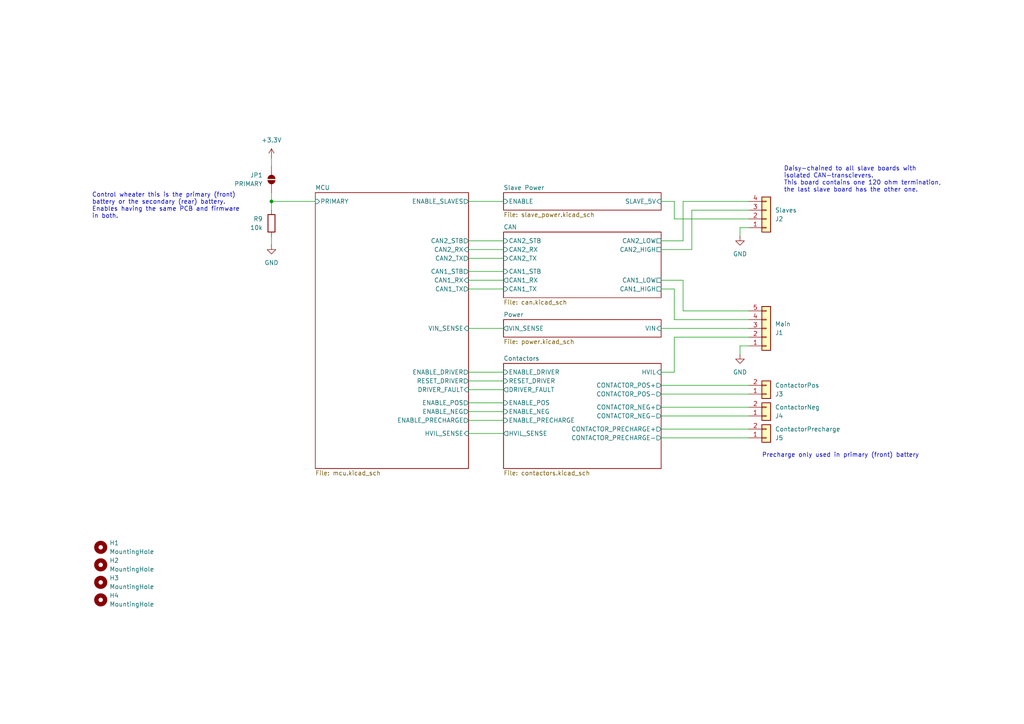
<source format=kicad_sch>
(kicad_sch (version 20231120) (generator "eeschema") (generator_version "8.0")
  (paper "A4")
  (title_block (title "Aphid BMS Master") (date "2024-07-06") (rev "1.0") (company "https://aphid-ev.se"))
  (lib_symbols
    (symbol "Connector_Generic:Conn_01x02" (pin_names (offset 1.016) hide)
      (property "Reference" "J" (at 0 2.54 0))
      (property "Value" "Conn_01x02" (at 0 -5.08 0))
      (symbol "Conn_01x02_1_1"
        (rectangle (start -1.27 -2.413) (end 0 -2.667) (stroke (width 0.1524)))
        (rectangle (start -1.27 0.127) (end 0 -0.127) (stroke (width 0.1524)))
        (rectangle (start -1.27 1.27) (end 1.27 -3.81) (stroke (width 0.254)) (fill (type background)))
        (pin passive line (at -5.08 0 0) (length 3.81) (name "Pin_1") (number "1"))
        (pin passive line (at -5.08 -2.54 0) (length 3.81) (name "Pin_2") (number "2"))
      )
    )
    (symbol "Connector_Generic:Conn_01x04" (pin_names (offset 1.016) hide)
      (property "Reference" "J" (at 0 5.08 0))
      (property "Value" "Conn_01x04" (at 0 -7.62 0))
      (symbol "Conn_01x04_1_1"
        (rectangle (start -1.27 -4.953) (end 0 -5.207) (stroke (width 0.1524)))
        (rectangle (start -1.27 -2.413) (end 0 -2.667) (stroke (width 0.1524)))
        (rectangle (start -1.27 0.127) (end 0 -0.127) (stroke (width 0.1524)))
        (rectangle (start -1.27 2.667) (end 0 2.413) (stroke (width 0.1524)))
        (rectangle (start -1.27 3.81) (end 1.27 -6.35) (stroke (width 0.254)) (fill (type background)))
        (pin passive line (at -5.08 2.54 0) (length 3.81) (name "Pin_1") (number "1"))
        (pin passive line (at -5.08 0 0) (length 3.81) (name "Pin_2") (number "2"))
        (pin passive line (at -5.08 -2.54 0) (length 3.81) (name "Pin_3") (number "3"))
        (pin passive line (at -5.08 -5.08 0) (length 3.81) (name "Pin_4") (number "4"))
      )
    )
    (symbol "Connector_Generic:Conn_01x05" (pin_names (offset 1.016) hide)
      (property "Reference" "J" (at 0 7.62 0))
      (property "Value" "Conn_01x05" (at 0 -7.62 0))
      (symbol "Conn_01x05_1_1"
        (rectangle (start -1.27 -4.953) (end 0 -5.207) (stroke (width 0.1524)))
        (rectangle (start -1.27 -2.413) (end 0 -2.667) (stroke (width 0.1524)))
        (rectangle (start -1.27 0.127) (end 0 -0.127) (stroke (width 0.1524)))
        (rectangle (start -1.27 2.667) (end 0 2.413) (stroke (width 0.1524)))
        (rectangle (start -1.27 5.207) (end 0 4.953) (stroke (width 0.1524)))
        (rectangle (start -1.27 6.35) (end 1.27 -6.35) (stroke (width 0.254)) (fill (type background)))
        (pin passive line (at -5.08 5.08 0) (length 3.81) (name "Pin_1") (number "1"))
        (pin passive line (at -5.08 2.54 0) (length 3.81) (name "Pin_2") (number "2"))
        (pin passive line (at -5.08 0 0) (length 3.81) (name "Pin_3") (number "3"))
        (pin passive line (at -5.08 -2.54 0) (length 3.81) (name "Pin_4") (number "4"))
        (pin passive line (at -5.08 -5.08 0) (length 3.81) (name "Pin_5") (number "5"))
      )
    )
    (symbol "Device:R" (pin_numbers hide) (pin_names (offset 0))
      (property "Reference" "R" (at 2.032 0 90))
      (property "Value" "R" (at 0 0 90))
      (symbol "R_0_1"
        (rectangle (start -1.016 -2.54) (end 1.016 2.54) (stroke (width 0.254)))
      )
      (symbol "R_1_1"
        (pin passive line (at 0 3.81 270) (length 1.27) (name "~") (number "1"))
        (pin passive line (at 0 -3.81 90) (length 1.27) (name "~") (number "2"))
      )
    )
    (symbol "Jumper:SolderJumper_2_Open" (pin_numbers hide) (pin_names (offset 0) hide) (exclude_from_sim yes) (in_bom no)
      (property "Reference" "JP" (at 0 2.032 0))
      (property "Value" "SolderJumper_2_Open" (at 0 -2.54 0))
      (symbol "SolderJumper_2_Open_0_1"
        (arc (start -0.254 1.016) (mid -1.2656 0) (end -0.254 -1.016))
        (arc (start -0.254 1.016) (mid -1.2656 0) (end -0.254 -1.016) (fill (type outline)))
        (polyline (pts (xy -0.254 1.016) (xy -0.254 -1.016)))
        (polyline (pts (xy 0.254 1.016) (xy 0.254 -1.016)))
        (arc (start 0.254 -1.016) (mid 1.2656 0) (end 0.254 1.016))
        (arc (start 0.254 -1.016) (mid 1.2656 0) (end 0.254 1.016) (fill (type outline)))
      )
      (symbol "SolderJumper_2_Open_1_1"
        (pin passive line (at -3.81 0 0) (length 2.54) (name "A") (number "1"))
        (pin passive line (at 3.81 0 180) (length 2.54) (name "B") (number "2"))
      )
    )
    (symbol "Mechanical:MountingHole" (pin_names (offset 1.016)) (exclude_from_sim yes) (in_bom no)
      (property "Reference" "H" (at 0 5.08 0))
      (property "Value" "MountingHole" (at 0 3.175 0))
      (symbol "MountingHole_0_1"
        (circle (center 0 0) (radius 1.27) (stroke (width 1.27)))
      )
    )
    (symbol "power:+3.3V" (power) (pin_numbers hide) (pin_names (offset 0) hide)
      (property "Value" "+3.3V" (at 0 3.556 0))
      (symbol "+3.3V_0_1"
        (polyline (pts (xy -0.762 1.27) (xy 0 2.54)))
        (polyline (pts (xy 0 0) (xy 0 2.54)))
        (polyline (pts (xy 0 2.54) (xy 0.762 1.27)))
      )
      (symbol "+3.3V_1_1"
        (pin power_in line (at 0 0 90) (length 0) (name "~") (number "1"))
      )
    )
    (symbol "power:GND" (power) (pin_numbers hide) (pin_names (offset 0) hide)
      (property "Value" "GND" (at 0 -3.81 0))
      (symbol "GND_0_1"
        (polyline (pts (xy 0 0) (xy 0 -1.27) (xy 1.27 -1.27) (xy 0 -2.54) (xy -1.27 -1.27) (xy 0 -1.27)))
      )
      (symbol "GND_1_1"
        (pin power_in line (at 0 0 270) (length 0) (name "~") (number "1"))
      )
    )
  )
  (junction (at 78.74 58.42))
  (wire (pts (xy 135.89 113.03) (xy 146.05 113.03)))
  (wire (pts (xy 135.89 74.93) (xy 146.05 74.93)))
  (wire (pts (xy 191.77 118.11) (xy 217.17 118.11)))
  (wire (pts (xy 198.12 90.17) (xy 198.12 81.28)))
  (wire (pts (xy 191.77 124.46) (xy 217.17 124.46)))
  (wire (pts (xy 191.77 95.25) (xy 217.17 95.25)))
  (wire (pts (xy 191.77 58.42) (xy 195.58 58.42)))
  (wire (pts (xy 78.74 68.58) (xy 78.74 71.12)))
  (wire (pts (xy 191.77 72.39) (xy 200.66 72.39)))
  (wire (pts (xy 217.17 66.04) (xy 214.63 66.04)))
  (wire (pts (xy 191.77 114.3) (xy 217.17 114.3)))
  (wire (pts (xy 135.89 81.28) (xy 146.05 81.28)))
  (wire (pts (xy 217.17 92.71) (xy 195.58 92.71)))
  (wire (pts (xy 195.58 107.95) (xy 191.77 107.95)))
  (wire (pts (xy 198.12 58.42) (xy 198.12 69.85)))
  (wire (pts (xy 195.58 97.79) (xy 195.58 107.95)))
  (wire (pts (xy 217.17 60.96) (xy 200.66 60.96)))
  (wire (pts (xy 135.89 107.95) (xy 146.05 107.95)))
  (wire (pts (xy 135.89 83.82) (xy 146.05 83.82)))
  (wire (pts (xy 135.89 116.84) (xy 146.05 116.84)))
  (wire (pts (xy 91.44 58.42) (xy 78.74 58.42)))
  (wire (pts (xy 135.89 78.74) (xy 146.05 78.74)))
  (wire (pts (xy 191.77 69.85) (xy 198.12 69.85)))
  (wire (pts (xy 78.74 45.72) (xy 78.74 48.26)))
  (wire (pts (xy 135.89 58.42) (xy 146.05 58.42)))
  (wire (pts (xy 191.77 120.65) (xy 217.17 120.65)))
  (wire (pts (xy 135.89 121.92) (xy 146.05 121.92)))
  (wire (pts (xy 78.74 58.42) (xy 78.74 60.96)))
  (wire (pts (xy 135.89 95.25) (xy 146.05 95.25)))
  (wire (pts (xy 135.89 110.49) (xy 146.05 110.49)))
  (wire (pts (xy 191.77 111.76) (xy 217.17 111.76)))
  (wire (pts (xy 217.17 97.79) (xy 195.58 97.79)))
  (wire (pts (xy 195.58 58.42) (xy 195.58 63.5)))
  (wire (pts (xy 217.17 90.17) (xy 198.12 90.17)))
  (wire (pts (xy 195.58 63.5) (xy 217.17 63.5)))
  (wire (pts (xy 214.63 100.33) (xy 214.63 102.87)))
  (wire (pts (xy 135.89 72.39) (xy 146.05 72.39)))
  (wire (pts (xy 214.63 66.04) (xy 214.63 68.58)))
  (wire (pts (xy 135.89 69.85) (xy 146.05 69.85)))
  (wire (pts (xy 191.77 83.82) (xy 195.58 83.82)))
  (wire (pts (xy 191.77 127) (xy 217.17 127)))
  (wire (pts (xy 200.66 60.96) (xy 200.66 72.39)))
  (wire (pts (xy 217.17 100.33) (xy 214.63 100.33)))
  (wire (pts (xy 135.89 125.73) (xy 146.05 125.73)))
  (wire (pts (xy 135.89 119.38) (xy 146.05 119.38)))
  (wire (pts (xy 217.17 58.42) (xy 198.12 58.42)))
  (wire (pts (xy 78.74 58.42) (xy 78.74 55.88)))
  (wire (pts (xy 195.58 92.71) (xy 195.58 83.82)))
  (wire (pts (xy 191.77 81.28) (xy 198.12 81.28)))
  (text "Precharge only used in primary (front) battery" (at 220.98 132.08 0) (effects (font (size 1.27 1.27)) (justify left)))
  (text "Control wheater this is the primary (front)\nbattery or the secondary (rear) battery.\nEnables having the same PCB and firmware \nin both." (at 26.67 59.69 0) (effects (font (size 1.27 1.27)) (justify left)))
  (text "Daisy-chained to all slave boards with\nisolated CAN-transcievers.\nThis board contains one 120 ohm termination,\nthe last slave board has the other one.\n" (at 227.33 52.07 0) (effects (font (size 1.27 1.27)) (justify left)))
  (symbol (lib_id "power:GND") (at 214.63 68.58 0) (unit 1)
    (property "Reference" "#PWR02" (effects (hide yes)))
    (property "Value" "GND" (at 214.63 73.66 0))
    (property "Description" "Power symbol creates a global label with name \"GND\" , ground" (effects (hide yes)))
  )
  (symbol (lib_id "Connector_Generic:Conn_01x02") (at 222.25 120.65 0) (mirror x) (unit 1)
    (property "Reference" "J4" (at 224.79 120.6501 0) (effects (justify left)))
    (property "Value" "ContactorNeg" (at 224.79 118.1101 0) (effects (justify left)))
    (property "Footprint" "Connector_Molex:Molex_Micro-Fit_3.0_43650-0215_1x02_P3.00mm_Vertical" (effects (hide yes)))
    (property "Description" "Generic connector, single row, 01x02, script generated (kicad-library-utils/schlib/autogen/connector/)" (effects (hide yes)))
  )
  (symbol (lib_id "Mechanical:MountingHole") (at 29.21 158.75 0) (unit 1) (exclude_from_sim yes) (in_bom no)
    (property "Reference" "H1" (at 31.75 157.4799 0) (effects (justify left)))
    (property "Value" "MountingHole" (at 31.75 160.0199 0) (effects (justify left)))
    (property "Footprint" "MountingHole:MountingHole_3.2mm_M3" (effects (hide yes)))
    (property "Description" "Mounting Hole without connection" (effects (hide yes)))
  )
  (symbol (lib_id "Mechanical:MountingHole") (at 29.21 173.99 0) (unit 1) (exclude_from_sim yes) (in_bom no)
    (property "Reference" "H4" (at 31.75 172.7199 0) (effects (justify left)))
    (property "Value" "MountingHole" (at 31.75 175.2599 0) (effects (justify left)))
    (property "Footprint" "MountingHole:MountingHole_3.2mm_M3" (effects (hide yes)))
    (property "Description" "Mounting Hole without connection" (effects (hide yes)))
  )
  (symbol (lib_id "Jumper:SolderJumper_2_Open") (at 78.74 52.07 270) (mirror x) (unit 1) (exclude_from_sim yes) (in_bom no)
    (property "Reference" "JP1" (at 76.2 50.7999 90) (effects (justify right)))
    (property "Value" "PRIMARY" (at 76.2 53.3399 90) (effects (justify right)))
    (property "Footprint" "Jumper:SolderJumper-2_P1.3mm_Open_RoundedPad1.0x1.5mm" (effects (hide yes)))
    (property "Description" "Solder Jumper, 2-pole, open" (effects (hide yes)))
  )
  (symbol (lib_id "Mechanical:MountingHole") (at 29.21 168.91 0) (unit 1) (exclude_from_sim yes) (in_bom no)
    (property "Reference" "H3" (at 31.75 167.6399 0) (effects (justify left)))
    (property "Value" "MountingHole" (at 31.75 170.1799 0) (effects (justify left)))
    (property "Footprint" "MountingHole:MountingHole_3.2mm_M3" (effects (hide yes)))
    (property "Description" "Mounting Hole without connection" (effects (hide yes)))
  )
  (symbol (lib_id "power:GND") (at 78.74 71.12 0) (unit 1)
    (property "Reference" "#PWR040" (effects (hide yes)))
    (property "Value" "GND" (at 78.74 76.2 0))
    (property "Description" "Power symbol creates a global label with name \"GND\" , ground" (effects (hide yes)))
  )
  (symbol (lib_id "power:+3.3V") (at 78.74 45.72 0) (unit 1)
    (property "Reference" "#PWR041" (effects (hide yes)))
    (property "Value" "+3.3V" (at 78.74 40.64 0))
    (property "Description" "Power symbol creates a global label with name \"+3.3V\"" (effects (hide yes)))
  )
  (symbol (lib_id "Device:R") (at 78.74 64.77 0) (mirror y) (unit 1)
    (property "Reference" "R9" (at 76.2 63.4999 0) (effects (justify left)))
    (property "Value" "10k" (at 76.2 66.0399 0) (effects (justify left)))
    (property "Footprint" "Resistor_SMD:R_0805_2012Metric" (effects (hide yes)))
    (property "Description" "Resistor" (effects (hide yes)))
  )
  (symbol (lib_id "Connector_Generic:Conn_01x02") (at 222.25 114.3 0) (mirror x) (unit 1)
    (property "Reference" "J3" (at 224.79 114.3001 0) (effects (justify left)))
    (property "Value" "ContactorPos" (at 224.79 111.7601 0) (effects (justify left)))
    (property "Footprint" "Connector_Molex:Molex_Micro-Fit_3.0_43650-0215_1x02_P3.00mm_Vertical" (effects (hide yes)))
    (property "Description" "Generic connector, single row, 01x02, script generated (kicad-library-utils/schlib/autogen/connector/)" (effects (hide yes)))
  )
  (symbol (lib_id "Mechanical:MountingHole") (at 29.21 163.83 0) (unit 1) (exclude_from_sim yes) (in_bom no)
    (property "Reference" "H2" (at 31.75 162.5599 0) (effects (justify left)))
    (property "Value" "MountingHole" (at 31.75 165.0999 0) (effects (justify left)))
    (property "Footprint" "MountingHole:MountingHole_3.2mm_M3" (effects (hide yes)))
    (property "Description" "Mounting Hole without connection" (effects (hide yes)))
  )
  (symbol (lib_id "power:GND") (at 214.63 102.87 0) (unit 1)
    (property "Reference" "#PWR01" (effects (hide yes)))
    (property "Value" "GND" (at 214.63 107.95 0))
    (property "Description" "Power symbol creates a global label with name \"GND\" , ground" (effects (hide yes)))
  )
  (symbol (lib_id "Connector_Generic:Conn_01x02") (at 222.25 127 0) (mirror x) (unit 1)
    (property "Reference" "J5" (at 224.79 127.0001 0) (effects (justify left)))
    (property "Value" "ContactorPrecharge" (at 224.79 124.4601 0) (effects (justify left)))
    (property "Footprint" "Connector_Molex:Molex_Micro-Fit_3.0_43650-0215_1x02_P3.00mm_Vertical" (effects (hide yes)))
    (property "Description" "Generic connector, single row, 01x02, script generated (kicad-library-utils/schlib/autogen/connector/)" (effects (hide yes)))
  )
  (symbol (lib_id "Connector_Generic:Conn_01x04") (at 222.25 63.5 0) (mirror x) (unit 1)
    (property "Reference" "J2" (at 224.79 63.5001 0) (effects (justify left)))
    (property "Value" "Slaves" (at 224.79 60.9601 0) (effects (justify left)))
    (property "Footprint" "Connector_Molex:Molex_Micro-Fit_3.0_43045-0412_2x02_P3.00mm_Vertical" (effects (hide yes)))
    (property "Description" "Generic connector, single row, 01x04, script generated (kicad-library-utils/schlib/autogen/connector/)" (effects (hide yes)))
  )
  (symbol (lib_id "Connector_Generic:Conn_01x05") (at 222.25 95.25 0) (mirror x) (unit 1)
    (property "Reference" "J1" (at 224.79 96.5201 0) (effects (justify left)))
    (property "Value" "Main" (at 224.79 93.9801 0) (effects (justify left)))
    (property "Footprint" "Connector_Molex:Molex_Micro-Fit_3.0_43650-0515_1x05_P3.00mm_Vertical" (effects (hide yes)))
    (property "Description" "Generic connector, single row, 01x05, script generated (kicad-library-utils/schlib/autogen/connector/)" (effects (hide yes)))
  )
  (sheet (at 146.05 92.71) (size 45.72 5.08) (stroke (width 0.1524))
    (property "Sheetname" "Power" (at 146.05 91.9984 0) (effects (justify left bottom)))
    (property "Sheetfile" "power.kicad_sch" (at 146.05 98.3746 0) (effects (justify left top)))
    (pin "VIN" input (at 191.77 95.25 0))
    (pin "VIN_SENSE" output (at 146.05 95.25 180))
  )
  (sheet (at 91.44 55.88) (size 44.45 80.01) (stroke (width 0.1524))
    (property "Sheetname" "MCU" (at 91.44 55.1684 0) (effects (justify left bottom)))
    (property "Sheetfile" "mcu.kicad_sch" (at 91.44 136.4746 0) (effects (justify left top)))
    (pin "CAN1_RX" input (at 135.89 81.28 0))
    (pin "CAN1_TX" output (at 135.89 83.82 0))
    (pin "CAN1_STB" output (at 135.89 78.74 0))
    (pin "CAN2_RX" input (at 135.89 72.39 0))
    (pin "CAN2_TX" output (at 135.89 74.93 0))
    (pin "ENABLE_PRECHARGE" output (at 135.89 121.92 0))
    (pin "ENABLE_SLAVES" output (at 135.89 58.42 0))
    (pin "CAN2_STB" output (at 135.89 69.85 0))
    (pin "ENABLE_NEG" output (at 135.89 119.38 0))
    (pin "ENABLE_POS" output (at 135.89 116.84 0))
    (pin "VIN_SENSE" input (at 135.89 95.25 0))
    (pin "ENABLE_DRIVER" output (at 135.89 107.95 0))
    (pin "RESET_DRIVER" output (at 135.89 110.49 0))
    (pin "DRIVER_FAULT" input (at 135.89 113.03 0))
    (pin "HVIL_SENSE" input (at 135.89 125.73 0))
    (pin "PRIMARY" input (at 91.44 58.42 180))
  )
  (sheet (at 146.05 55.88) (size 45.72 5.08) (stroke (width 0.1524))
    (property "Sheetname" "Slave Power" (at 146.05 55.1684 0) (effects (justify left bottom)))
    (property "Sheetfile" "slave_power.kicad_sch" (at 146.05 61.5446 0) (effects (justify left top)))
    (pin "ENABLE" input (at 146.05 58.42 180))
    (pin "SLAVE_5V" input (at 191.77 58.42 0))
  )
  (sheet (at 146.05 67.31) (size 45.72 19.05) (stroke (width 0.1524))
    (property "Sheetname" "CAN" (at 146.05 66.5984 0) (effects (justify left bottom)))
    (property "Sheetfile" "can.kicad_sch" (at 146.05 86.9446 0) (effects (justify left top)))
    (pin "CAN1_RX" output (at 146.05 81.28 180))
    (pin "CAN2_TX" input (at 146.05 74.93 180))
    (pin "CAN2_RX" input (at 146.05 72.39 180))
    (pin "CAN1_STB" input (at 146.05 78.74 180))
    (pin "CAN2_STB" input (at 146.05 69.85 180))
    (pin "CAN1_TX" input (at 146.05 83.82 180))
    (pin "CAN1_HIGH" passive (at 191.77 83.82 0))
    (pin "CAN1_LOW" passive (at 191.77 81.28 0))
    (pin "CAN2_LOW" passive (at 191.77 69.85 0))
    (pin "CAN2_HIGH" passive (at 191.77 72.39 0))
  )
  (sheet (at 146.05 105.41) (size 45.72 30.48) (stroke (width 0.1524))
    (property "Sheetname" "Contactors" (at 146.05 104.6984 0) (effects (justify left bottom)))
    (property "Sheetfile" "contactors.kicad_sch" (at 146.05 136.4746 0) (effects (justify left top)))
    (pin "ENABLE_POS" input (at 146.05 116.84 180))
    (pin "ENABLE_NEG" input (at 146.05 119.38 180))
    (pin "ENABLE_PRECHARGE" input (at 146.05 121.92 180))
    (pin "HVIL" input (at 191.77 107.95 0))
    (pin "CONTACTOR_POS+" output (at 191.77 111.76 0))
    (pin "CONTACTOR_POS-" output (at 191.77 114.3 0))
    (pin "CONTACTOR_NEG+" output (at 191.77 118.11 0))
    (pin "CONTACTOR_NEG-" output (at 191.77 120.65 0))
    (pin "CONTACTOR_PRECHARGE+" output (at 191.77 124.46 0))
    (pin "CONTACTOR_PRECHARGE-" output (at 191.77 127 0))
    (pin "DRIVER_FAULT" output (at 146.05 113.03 180))
    (pin "RESET_DRIVER" input (at 146.05 110.49 180))
    (pin "ENABLE_DRIVER" input (at 146.05 107.95 180))
    (pin "HVIL_SENSE" output (at 146.05 125.73 180))
  )
)
</source>
